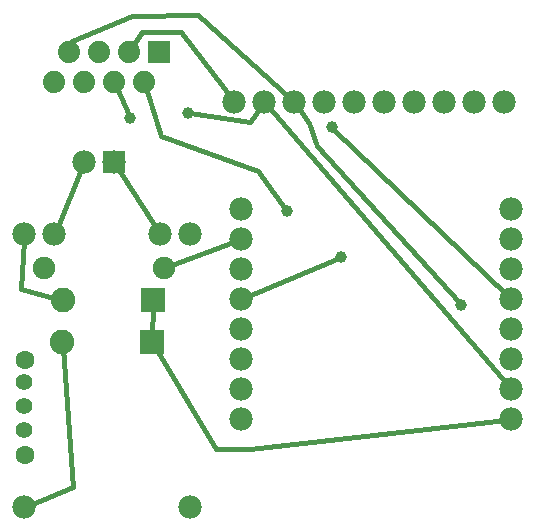
<source format=gtl>
G04 MADE WITH FRITZING*
G04 WWW.FRITZING.ORG*
G04 DOUBLE SIDED*
G04 HOLES PLATED*
G04 CONTOUR ON CENTER OF CONTOUR VECTOR*
%ASAXBY*%
%FSLAX23Y23*%
%MOIN*%
%OFA0B0*%
%SFA1.0B1.0*%
%ADD10C,0.039370*%
%ADD11C,0.062992*%
%ADD12C,0.055118*%
%ADD13C,0.074000*%
%ADD14C,0.078000*%
%ADD15C,0.077778*%
%ADD16C,0.075000*%
%ADD17C,0.082000*%
%ADD18R,0.082000X0.082000*%
%ADD19R,0.078000X0.078000*%
%ADD20C,0.016000*%
%ADD21R,0.001000X0.001000*%
%LNCOPPER1*%
G90*
G70*
G54D10*
X1144Y904D03*
X1112Y1337D03*
X1544Y744D03*
X440Y1369D03*
X632Y1385D03*
G54D11*
X91Y245D03*
X91Y561D03*
G54D12*
X86Y329D03*
X86Y407D03*
X87Y486D03*
G54D13*
X187Y1487D03*
X237Y1587D03*
X287Y1487D03*
X387Y1487D03*
X487Y1487D03*
X337Y1587D03*
X437Y1587D03*
X537Y1587D03*
G54D14*
X1488Y1421D03*
X1388Y1421D03*
X1288Y1421D03*
X1187Y1421D03*
X1088Y1421D03*
X988Y1421D03*
X888Y1421D03*
X788Y1421D03*
X1687Y1421D03*
X1587Y1421D03*
X88Y72D03*
X639Y72D03*
X88Y981D03*
X188Y981D03*
X539Y981D03*
X639Y981D03*
G54D15*
X811Y1063D03*
X811Y963D03*
X811Y863D03*
X811Y763D03*
X811Y663D03*
X811Y563D03*
X811Y463D03*
X811Y363D03*
X1711Y363D03*
X1711Y463D03*
X1711Y563D03*
X1711Y663D03*
X1711Y763D03*
X1711Y863D03*
X1711Y963D03*
X1711Y1063D03*
G54D16*
X153Y868D03*
X553Y868D03*
X153Y868D03*
X553Y868D03*
G54D17*
X516Y760D03*
X218Y760D03*
X516Y760D03*
X218Y760D03*
X512Y621D03*
X214Y621D03*
X512Y621D03*
X214Y621D03*
G54D14*
X388Y1221D03*
X288Y1221D03*
G54D10*
X963Y1056D03*
G54D18*
X517Y760D03*
X517Y760D03*
X513Y621D03*
X513Y621D03*
G54D19*
X388Y1221D03*
G54D20*
X251Y137D02*
X105Y79D01*
D02*
X216Y600D02*
X251Y137D01*
D02*
X398Y1205D02*
X529Y997D01*
D02*
X280Y1203D02*
X195Y998D01*
D02*
X75Y796D02*
X86Y962D01*
D02*
X198Y765D02*
X75Y796D01*
D02*
X570Y874D02*
X794Y957D01*
D02*
X827Y770D02*
X1137Y901D01*
D02*
X515Y739D02*
X513Y642D01*
D02*
X728Y265D02*
X523Y603D01*
D02*
X840Y265D02*
X728Y265D01*
D02*
X1693Y361D02*
X840Y265D01*
D02*
X447Y1604D02*
X479Y1655D01*
D02*
X610Y1653D02*
X776Y1436D01*
D02*
X479Y1655D02*
X610Y1653D01*
D02*
X1698Y776D02*
X1118Y1331D01*
D02*
X665Y1710D02*
X448Y1708D01*
D02*
X973Y1433D02*
X665Y1710D01*
D02*
X248Y1625D02*
X242Y1606D01*
D02*
X448Y1708D02*
X248Y1625D01*
D02*
X1539Y750D02*
X1064Y1273D01*
D02*
X1064Y1273D02*
X1036Y1352D01*
D02*
X1036Y1352D02*
X999Y1405D01*
D02*
X395Y1469D02*
X437Y1376D01*
D02*
X840Y1353D02*
X877Y1405D01*
D02*
X640Y1383D02*
X840Y1353D01*
D02*
X1699Y477D02*
X900Y1406D01*
D02*
X544Y1307D02*
X493Y1468D01*
D02*
X959Y1062D02*
X868Y1192D01*
D02*
X868Y1192D02*
X544Y1307D01*
G54D21*
X501Y1623D02*
X574Y1623D01*
X501Y1622D02*
X574Y1622D01*
X501Y1621D02*
X574Y1621D01*
X501Y1620D02*
X574Y1620D01*
X501Y1619D02*
X574Y1619D01*
X501Y1618D02*
X574Y1618D01*
X501Y1617D02*
X574Y1617D01*
X501Y1616D02*
X574Y1616D01*
X501Y1615D02*
X574Y1615D01*
X501Y1614D02*
X574Y1614D01*
X501Y1613D02*
X574Y1613D01*
X501Y1612D02*
X574Y1612D01*
X501Y1611D02*
X574Y1611D01*
X501Y1610D02*
X574Y1610D01*
X501Y1609D02*
X574Y1609D01*
X501Y1608D02*
X574Y1608D01*
X501Y1607D02*
X574Y1607D01*
X501Y1606D02*
X532Y1606D01*
X542Y1606D02*
X574Y1606D01*
X501Y1605D02*
X529Y1605D01*
X545Y1605D02*
X574Y1605D01*
X501Y1604D02*
X527Y1604D01*
X547Y1604D02*
X574Y1604D01*
X501Y1603D02*
X525Y1603D01*
X549Y1603D02*
X574Y1603D01*
X501Y1602D02*
X524Y1602D01*
X550Y1602D02*
X574Y1602D01*
X501Y1601D02*
X523Y1601D01*
X551Y1601D02*
X574Y1601D01*
X501Y1600D02*
X522Y1600D01*
X552Y1600D02*
X574Y1600D01*
X501Y1599D02*
X521Y1599D01*
X553Y1599D02*
X574Y1599D01*
X501Y1598D02*
X520Y1598D01*
X554Y1598D02*
X574Y1598D01*
X501Y1597D02*
X520Y1597D01*
X555Y1597D02*
X574Y1597D01*
X501Y1596D02*
X519Y1596D01*
X555Y1596D02*
X574Y1596D01*
X501Y1595D02*
X519Y1595D01*
X556Y1595D02*
X574Y1595D01*
X501Y1594D02*
X518Y1594D01*
X556Y1594D02*
X574Y1594D01*
X501Y1593D02*
X518Y1593D01*
X556Y1593D02*
X574Y1593D01*
X501Y1592D02*
X518Y1592D01*
X557Y1592D02*
X574Y1592D01*
X501Y1591D02*
X517Y1591D01*
X557Y1591D02*
X574Y1591D01*
X501Y1590D02*
X517Y1590D01*
X557Y1590D02*
X574Y1590D01*
X501Y1589D02*
X517Y1589D01*
X557Y1589D02*
X574Y1589D01*
X501Y1588D02*
X517Y1588D01*
X557Y1588D02*
X574Y1588D01*
X501Y1587D02*
X517Y1587D01*
X557Y1587D02*
X574Y1587D01*
X501Y1586D02*
X517Y1586D01*
X557Y1586D02*
X574Y1586D01*
X501Y1585D02*
X517Y1585D01*
X557Y1585D02*
X574Y1585D01*
X501Y1584D02*
X517Y1584D01*
X557Y1584D02*
X574Y1584D01*
X501Y1583D02*
X517Y1583D01*
X557Y1583D02*
X574Y1583D01*
X501Y1582D02*
X518Y1582D01*
X557Y1582D02*
X574Y1582D01*
X501Y1581D02*
X518Y1581D01*
X556Y1581D02*
X574Y1581D01*
X501Y1580D02*
X518Y1580D01*
X556Y1580D02*
X574Y1580D01*
X501Y1579D02*
X519Y1579D01*
X556Y1579D02*
X574Y1579D01*
X501Y1578D02*
X519Y1578D01*
X555Y1578D02*
X574Y1578D01*
X501Y1577D02*
X520Y1577D01*
X555Y1577D02*
X574Y1577D01*
X501Y1576D02*
X520Y1576D01*
X554Y1576D02*
X574Y1576D01*
X501Y1575D02*
X521Y1575D01*
X553Y1575D02*
X574Y1575D01*
X501Y1574D02*
X522Y1574D01*
X552Y1574D02*
X574Y1574D01*
X501Y1573D02*
X523Y1573D01*
X552Y1573D02*
X574Y1573D01*
X501Y1572D02*
X524Y1572D01*
X550Y1572D02*
X574Y1572D01*
X501Y1571D02*
X525Y1571D01*
X549Y1571D02*
X574Y1571D01*
X501Y1570D02*
X527Y1570D01*
X548Y1570D02*
X574Y1570D01*
X501Y1569D02*
X529Y1569D01*
X546Y1569D02*
X574Y1569D01*
X501Y1568D02*
X532Y1568D01*
X543Y1568D02*
X574Y1568D01*
X501Y1567D02*
X574Y1567D01*
X501Y1566D02*
X574Y1566D01*
X501Y1565D02*
X574Y1565D01*
X501Y1564D02*
X574Y1564D01*
X501Y1563D02*
X574Y1563D01*
X501Y1562D02*
X574Y1562D01*
X501Y1561D02*
X574Y1561D01*
X501Y1560D02*
X574Y1560D01*
X501Y1559D02*
X574Y1559D01*
X501Y1558D02*
X574Y1558D01*
X501Y1557D02*
X574Y1557D01*
X501Y1556D02*
X574Y1556D01*
X501Y1555D02*
X574Y1555D01*
X501Y1554D02*
X574Y1554D01*
X501Y1553D02*
X574Y1553D01*
X501Y1552D02*
X574Y1552D01*
X501Y1551D02*
X574Y1551D01*
X501Y1550D02*
X573Y1550D01*
D02*
G04 End of Copper1*
M02*
</source>
